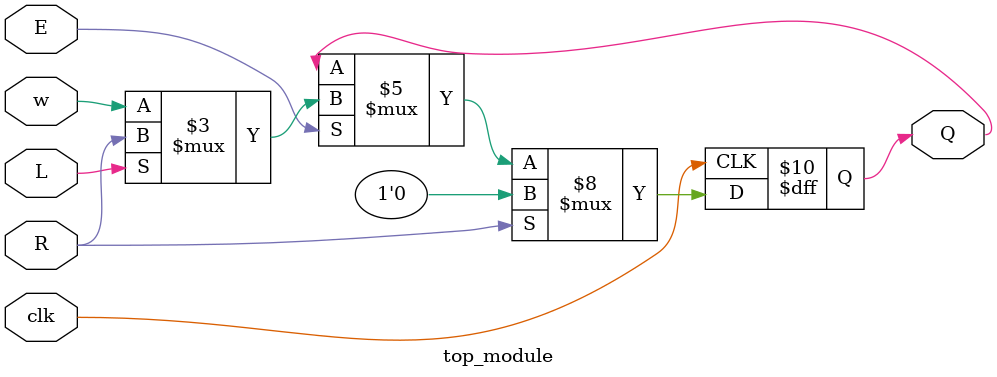
<source format=sv>
module top_module (
    input clk,
    input w,
    input R,
    input E,
    input L,
    output reg Q
);

    always @(posedge clk) begin
        if (R)
            Q <= 1'b0;
        else if (~E)
            Q <= Q;
        else
            Q <= (L) ? R : w;
    end

endmodule

</source>
